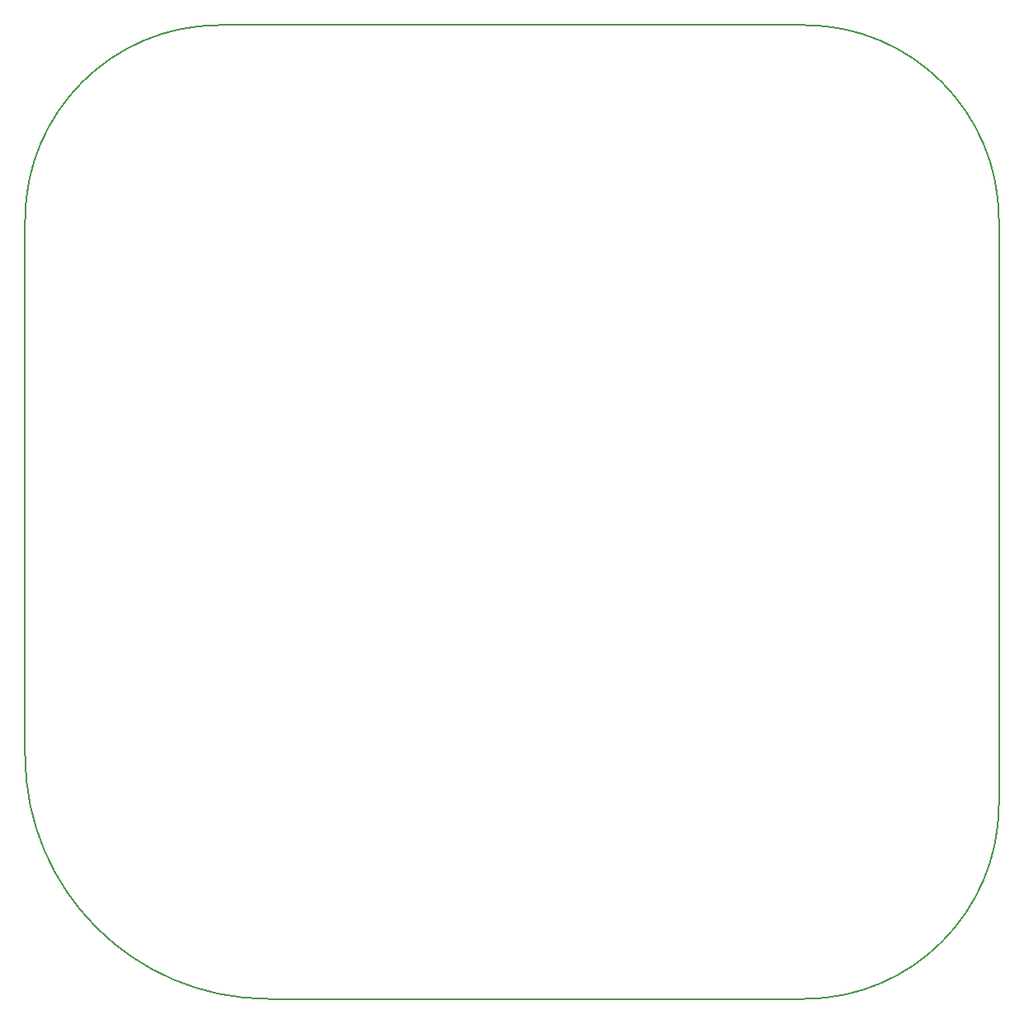
<source format=gbr>
G04 #@! TF.FileFunction,Profile,NP*
%FSLAX46Y46*%
G04 Gerber Fmt 4.6, Leading zero omitted, Abs format (unit mm)*
G04 Created by KiCad (PCBNEW 4.0.6) date 12/04/17 20:42:28*
%MOMM*%
%LPD*%
G01*
G04 APERTURE LIST*
%ADD10C,0.050000*%
%ADD11C,0.150000*%
G04 APERTURE END LIST*
D10*
D11*
X75000000Y-45000000D02*
X75000000Y-100000000D01*
X95000000Y-25000000D02*
X155000000Y-25000000D01*
X175000000Y-105000000D02*
X175000000Y-45000000D01*
X155000000Y-125000000D02*
X100000000Y-125000000D01*
X155000000Y-125000000D02*
G75*
G03X175000000Y-105000000I0J20000000D01*
G01*
X175000000Y-45000000D02*
G75*
G03X155000000Y-25000000I-20000000J0D01*
G01*
X95000000Y-25000000D02*
G75*
G03X75000000Y-45000000I0J-20000000D01*
G01*
X75000000Y-100000000D02*
G75*
G03X100000000Y-125000000I25000000J0D01*
G01*
M02*

</source>
